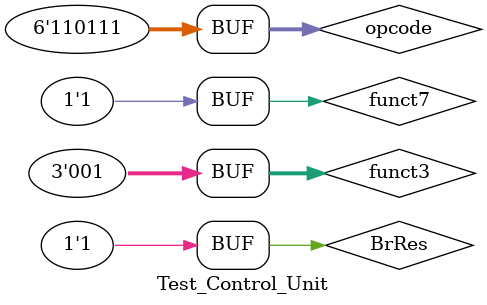
<source format=v>
`timescale 1ns / 1ps


module Test_Control_Unit;

	// Inputs
	reg [5:0] opcode;
	reg funct7;
	reg [2:0] funct3;
	reg BrRes;

	// Outputs
	wire PCSel;
	wire [2:0] ImmSel;
	wire RegWEn;
	wire Bsel;
	wire Asel;
	wire [2:0] ALUSel;
	wire MemW;
	wire [1:0] WBSel;
	wire Store_Select;
	wire Load_Select;

	// Instantiate the Unit Under Test (UUT)
	Control_Unit uut (
		.opcode(opcode), 
		.funct7(funct7), 
		.funct3(funct3), 
		.BrRes(BrRes), 
		.PCSel(PCSel), 
		.ImmSel(ImmSel), 
		.RegWEn(RegWEn), 
		.Bsel(Bsel), 
		.Asel(Asel), 
		.ALUSel(ALUSel), 
		.MemW(MemW), 
		.WBSel(WBSel), 
		.Store_Select(Store_Select), 
		.Load_Select(Load_Select)
	);

	initial begin
		// Initialize Inputs
		opcode = 6'b000000;
		funct7 = 1'b0;
		funct3 = 3'b000;
		BrRes = 0;

		// Wait 100 ns for global reset to finish
		#100;
      
		//add
		opcode = 6'b011001;
		funct7 = 1'b0;
		funct3 = 000;
		#100;
		
		
		//sub
		opcode = 6'b011001;
		funct7 = 1'b1;
		funct3 = 3'b000;
		#100;
		
		//addi
		opcode = 6'b001001;		
		funct3 = 3'b000;
		#100;
		
		//andi
		opcode = 6'b001001;		
		funct3 = 3'b111;
		#100;
		
		//xori
		opcode = 6'b001001;		
		funct3 = 3'b100;
		#100;
		
		//srai
		opcode = 6'b001001;		
		funct3 = 3'b101;
		#100;
		
		//slli
		opcode = 6'b001001;		
		funct3 = 3'b001;
		#100;
		
		
		//lw
		opcode = 6'b000001;		
		funct3 = 3'b010;
		#100;
		
		//lbu
		opcode = 6'b000001;		
		funct3 = 3'b100;
		#100;
		
		//sw
		opcode = 6'b010001;		
		funct3 = 3'b010;
		#100;
		
		//sb
		opcode = 6'b010001;		
		funct3 = 3'b000;
		#100;
		
		//bne Sin salto
		opcode = 6'b110001;		
		funct3 = 3'b001;
		#100;
		
		//bne con salto
		BrRes = 1;
		#100;
		
		//lui
		opcode = 6'b011011;
		#100;
		
		//jal
		opcode = 6'b110111;
		#100;

	end
      
endmodule


</source>
